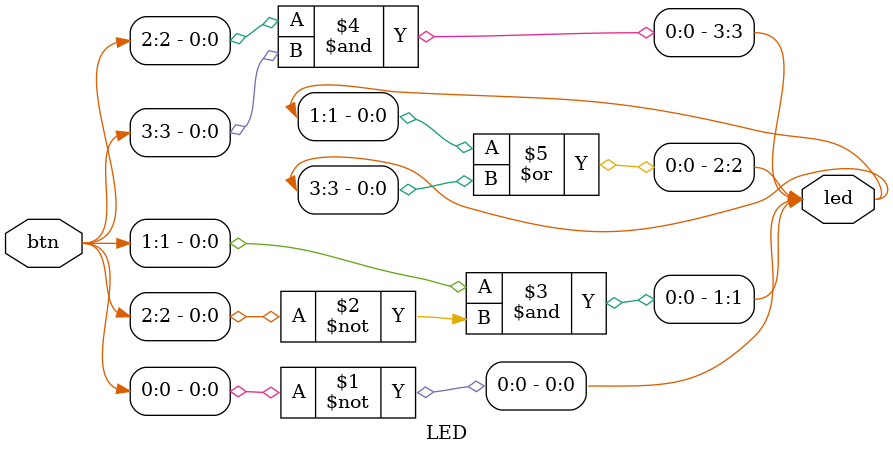
<source format=v>
`timescale 1ns / 1ps


module LED(
    input [3:0] btn,
     output [3:0] led
    );
    
    assign led[0] = ~btn[0];
    assign led[1] = btn[1] & ~btn[2];
    assign led[3] = btn[2] & btn[3];
    assign led[2] = led[1] | led[3];
     
endmodule

</source>
